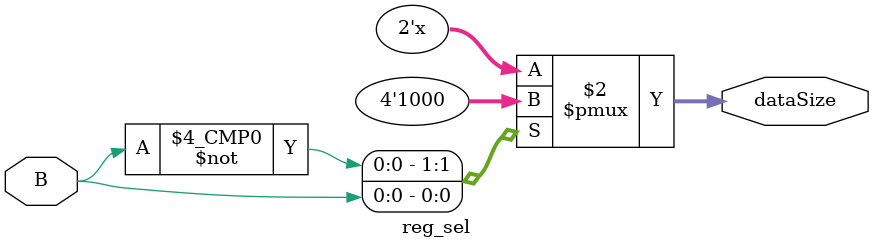
<source format=v>
module data_size_selector(output reg [1:0] DataSize, input [31:0] IR, input [1:0] DSS);
	parameter WORD = 2'b10;
	wire [1:0] misc_sel_out, reg_sel_out;
	misc_sel misc(misc_sel_out, {IR[20],IR[6],IR[5]});
	reg_sel reg_sel(reg_sel_out, IR[22]);

	always@(*)
	begin
		case(DSS)
			2'b01: DataSize = misc_sel_out;
			2'b10: DataSize = reg_sel_out;
			default: DataSize =	WORD;
		endcase
	end
endmodule

module misc_sel(output reg [1:0] dataSize, input [2:0] LSH);
	parameter BYTE = 2'b00;
	parameter HALF = 2'b01;
	parameter DWORD = 2'b11;
	always@(*)
		begin
			case(LSH)
				3'b000: dataSize = 0;
				3'b001: dataSize = HALF;
				3'b010: dataSize = DWORD;
				3'b011: dataSize = DWORD;
				3'b100: dataSize = 0;
				3'b101: dataSize = HALF;
				3'b110: dataSize = BYTE;
				3'b111: dataSize = HALF;
				default: dataSize =0;
			endcase
	end
endmodule

module reg_sel(output reg [1:0] dataSize, input B);
	parameter BYTE = 2'b00;
	parameter WORD = 2'b10;
	always@(*)
	begin
		case(B)
			1'b0: dataSize = WORD; 
			1'b1: dataSize = BYTE;
			default: dataSize =0;
		endcase
	end
endmodule

</source>
